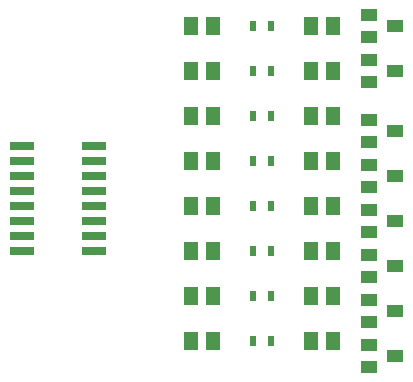
<source format=gbr>
G04 EAGLE Gerber RS-274X export*
G75*
%MOMM*%
%FSLAX34Y34*%
%LPD*%
%INSolderpaste Top*%
%IPPOS*%
%AMOC8*
5,1,8,0,0,1.08239X$1,22.5*%
G01*
%ADD10R,2.032000X0.660400*%
%ADD11R,1.400000X1.000000*%
%ADD12R,1.300000X1.500000*%
%ADD13R,0.611800X0.911800*%


D10*
X228346Y495300D03*
X289814Y495300D03*
X228346Y482600D03*
X228346Y469900D03*
X289814Y482600D03*
X289814Y469900D03*
X228346Y457200D03*
X289814Y457200D03*
X228346Y444500D03*
X289814Y444500D03*
X228346Y431800D03*
X228346Y419100D03*
X289814Y431800D03*
X289814Y419100D03*
X228346Y406400D03*
X289814Y406400D03*
D11*
X544400Y596900D03*
X522400Y587400D03*
X522400Y606400D03*
X544400Y558800D03*
X522400Y549300D03*
X522400Y568300D03*
X544400Y508000D03*
X522400Y498500D03*
X522400Y517500D03*
X544400Y469900D03*
X522400Y460400D03*
X522400Y479400D03*
X544400Y431800D03*
X522400Y422300D03*
X522400Y441300D03*
X544400Y393700D03*
X522400Y384200D03*
X522400Y403200D03*
X544400Y355600D03*
X522400Y346100D03*
X522400Y365100D03*
X544400Y317500D03*
X522400Y308000D03*
X522400Y327000D03*
D12*
X473100Y596900D03*
X492100Y596900D03*
X371500Y558800D03*
X390500Y558800D03*
X371500Y520700D03*
X390500Y520700D03*
X371500Y482600D03*
X390500Y482600D03*
X371500Y444500D03*
X390500Y444500D03*
X371500Y406400D03*
X390500Y406400D03*
X371500Y368300D03*
X390500Y368300D03*
X371500Y330200D03*
X390500Y330200D03*
X473100Y558800D03*
X492100Y558800D03*
X473100Y520700D03*
X492100Y520700D03*
X473100Y482600D03*
X492100Y482600D03*
X473100Y444500D03*
X492100Y444500D03*
X473100Y406400D03*
X492100Y406400D03*
X473100Y368300D03*
X492100Y368300D03*
X473100Y330200D03*
X492100Y330200D03*
X371500Y596900D03*
X390500Y596900D03*
D13*
X424300Y596900D03*
X439300Y596900D03*
X424300Y558800D03*
X439300Y558800D03*
X424300Y520700D03*
X439300Y520700D03*
X424300Y482600D03*
X439300Y482600D03*
X424300Y444500D03*
X439300Y444500D03*
X424300Y406400D03*
X439300Y406400D03*
X424300Y368300D03*
X439300Y368300D03*
X424300Y330200D03*
X439300Y330200D03*
M02*

</source>
